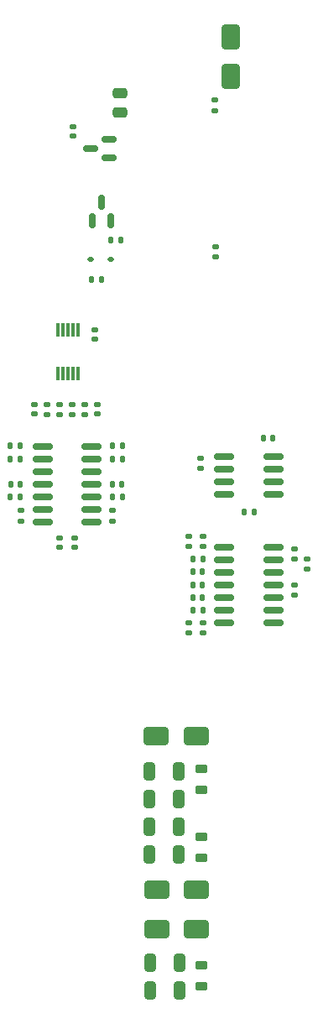
<source format=gbr>
%TF.GenerationSoftware,KiCad,Pcbnew,7.0.2-0*%
%TF.CreationDate,2023-05-29T21:13:20+02:00*%
%TF.ProjectId,dac-board,6461632d-626f-4617-9264-2e6b69636164,rev?*%
%TF.SameCoordinates,Original*%
%TF.FileFunction,Paste,Top*%
%TF.FilePolarity,Positive*%
%FSLAX46Y46*%
G04 Gerber Fmt 4.6, Leading zero omitted, Abs format (unit mm)*
G04 Created by KiCad (PCBNEW 7.0.2-0) date 2023-05-29 21:13:20*
%MOMM*%
%LPD*%
G01*
G04 APERTURE LIST*
G04 Aperture macros list*
%AMRoundRect*
0 Rectangle with rounded corners*
0 $1 Rounding radius*
0 $2 $3 $4 $5 $6 $7 $8 $9 X,Y pos of 4 corners*
0 Add a 4 corners polygon primitive as box body*
4,1,4,$2,$3,$4,$5,$6,$7,$8,$9,$2,$3,0*
0 Add four circle primitives for the rounded corners*
1,1,$1+$1,$2,$3*
1,1,$1+$1,$4,$5*
1,1,$1+$1,$6,$7*
1,1,$1+$1,$8,$9*
0 Add four rect primitives between the rounded corners*
20,1,$1+$1,$2,$3,$4,$5,0*
20,1,$1+$1,$4,$5,$6,$7,0*
20,1,$1+$1,$6,$7,$8,$9,0*
20,1,$1+$1,$8,$9,$2,$3,0*%
G04 Aperture macros list end*
%ADD10RoundRect,0.135000X0.185000X-0.135000X0.185000X0.135000X-0.185000X0.135000X-0.185000X-0.135000X0*%
%ADD11RoundRect,0.140000X0.140000X0.170000X-0.140000X0.170000X-0.140000X-0.170000X0.140000X-0.170000X0*%
%ADD12RoundRect,0.150000X0.587500X0.150000X-0.587500X0.150000X-0.587500X-0.150000X0.587500X-0.150000X0*%
%ADD13RoundRect,0.250000X-0.325000X-0.650000X0.325000X-0.650000X0.325000X0.650000X-0.325000X0.650000X0*%
%ADD14RoundRect,0.135000X0.135000X0.185000X-0.135000X0.185000X-0.135000X-0.185000X0.135000X-0.185000X0*%
%ADD15RoundRect,0.112500X0.187500X0.112500X-0.187500X0.112500X-0.187500X-0.112500X0.187500X-0.112500X0*%
%ADD16RoundRect,0.250000X-1.000000X-0.650000X1.000000X-0.650000X1.000000X0.650000X-1.000000X0.650000X0*%
%ADD17RoundRect,0.135000X-0.135000X-0.185000X0.135000X-0.185000X0.135000X0.185000X-0.135000X0.185000X0*%
%ADD18RoundRect,0.150000X0.150000X-0.587500X0.150000X0.587500X-0.150000X0.587500X-0.150000X-0.587500X0*%
%ADD19RoundRect,0.135000X-0.185000X0.135000X-0.185000X-0.135000X0.185000X-0.135000X0.185000X0.135000X0*%
%ADD20RoundRect,0.150000X-0.825000X-0.150000X0.825000X-0.150000X0.825000X0.150000X-0.825000X0.150000X0*%
%ADD21RoundRect,0.140000X-0.170000X0.140000X-0.170000X-0.140000X0.170000X-0.140000X0.170000X0.140000X0*%
%ADD22RoundRect,0.250000X1.000000X0.650000X-1.000000X0.650000X-1.000000X-0.650000X1.000000X-0.650000X0*%
%ADD23RoundRect,0.250000X0.475000X-0.250000X0.475000X0.250000X-0.475000X0.250000X-0.475000X-0.250000X0*%
%ADD24RoundRect,0.218750X0.381250X-0.218750X0.381250X0.218750X-0.381250X0.218750X-0.381250X-0.218750X0*%
%ADD25RoundRect,0.140000X-0.140000X-0.170000X0.140000X-0.170000X0.140000X0.170000X-0.140000X0.170000X0*%
%ADD26RoundRect,0.218750X-0.381250X0.218750X-0.381250X-0.218750X0.381250X-0.218750X0.381250X0.218750X0*%
%ADD27RoundRect,0.250000X-0.650000X1.000000X-0.650000X-1.000000X0.650000X-1.000000X0.650000X1.000000X0*%
%ADD28RoundRect,0.140000X0.170000X-0.140000X0.170000X0.140000X-0.170000X0.140000X-0.170000X-0.140000X0*%
%ADD29R,0.300000X1.400000*%
%ADD30RoundRect,0.150000X0.825000X0.150000X-0.825000X0.150000X-0.825000X-0.150000X0.825000X-0.150000X0*%
G04 APERTURE END LIST*
D10*
%TO.C,R3*%
X126238000Y-93263000D03*
X126238000Y-92243000D03*
%TD*%
D11*
%TO.C,C4*%
X133830000Y-100299000D03*
X132870000Y-100299000D03*
%TD*%
D12*
%TO.C,U1*%
X132509500Y-67371000D03*
X132509500Y-65471000D03*
X130634500Y-66421000D03*
%TD*%
D13*
%TO.C,C25*%
X136590333Y-132080000D03*
X139540333Y-132080000D03*
%TD*%
%TO.C,C20*%
X136606666Y-129286000D03*
X139556666Y-129286000D03*
%TD*%
D14*
%TO.C,R27*%
X133733000Y-75692000D03*
X132713000Y-75692000D03*
%TD*%
D13*
%TO.C,C24*%
X136701000Y-148590000D03*
X139651000Y-148590000D03*
%TD*%
D15*
%TO.C,D1*%
X132723600Y-77597000D03*
X130623600Y-77597000D03*
%TD*%
D16*
%TO.C,D4*%
X137351000Y-141224000D03*
X141351000Y-141224000D03*
%TD*%
D10*
%TO.C,R4*%
X127508000Y-93261000D03*
X127508000Y-92241000D03*
%TD*%
D17*
%TO.C,R33*%
X132840000Y-101549200D03*
X133860000Y-101549200D03*
%TD*%
D14*
%TO.C,R22*%
X147195000Y-103124000D03*
X146175000Y-103124000D03*
%TD*%
D18*
%TO.C,Q1*%
X130799800Y-73759300D03*
X132699800Y-73759300D03*
X131749800Y-71884300D03*
%TD*%
D11*
%TO.C,C10*%
X141958000Y-111760000D03*
X140998000Y-111760000D03*
%TD*%
D19*
%TO.C,R24*%
X143205200Y-61567600D03*
X143205200Y-62587600D03*
%TD*%
D13*
%TO.C,C22*%
X136622999Y-137668000D03*
X139572999Y-137668000D03*
%TD*%
D20*
%TO.C,U5*%
X144148000Y-97536000D03*
X144148000Y-98806000D03*
X144148000Y-100076000D03*
X144148000Y-101346000D03*
X149098000Y-101346000D03*
X149098000Y-100076000D03*
X149098000Y-98806000D03*
X149098000Y-97536000D03*
%TD*%
D14*
%TO.C,R2*%
X141988000Y-113030000D03*
X140968000Y-113030000D03*
%TD*%
D19*
%TO.C,R30*%
X140589000Y-114298000D03*
X140589000Y-115318000D03*
%TD*%
D10*
%TO.C,R21*%
X151257000Y-107825000D03*
X151257000Y-106805000D03*
%TD*%
%TO.C,R39*%
X132892800Y-103989600D03*
X132892800Y-102969600D03*
%TD*%
D20*
%TO.C,U4*%
X125793000Y-96489000D03*
X125793000Y-97759000D03*
X125793000Y-99029000D03*
X125793000Y-100299000D03*
X125793000Y-101569000D03*
X125793000Y-102839000D03*
X125793000Y-104109000D03*
X130743000Y-104109000D03*
X130743000Y-102839000D03*
X130743000Y-101569000D03*
X130743000Y-100299000D03*
X130743000Y-99029000D03*
X130743000Y-97759000D03*
X130743000Y-96489000D03*
%TD*%
D21*
%TO.C,C8*%
X131064000Y-84711600D03*
X131064000Y-85671600D03*
%TD*%
D10*
%TO.C,R38*%
X123647200Y-103989600D03*
X123647200Y-102969600D03*
%TD*%
D21*
%TO.C,C13*%
X129030000Y-105733000D03*
X129030000Y-106693000D03*
%TD*%
%TO.C,C2*%
X128879600Y-64216400D03*
X128879600Y-65176400D03*
%TD*%
D17*
%TO.C,R34*%
X132840000Y-97776000D03*
X133860000Y-97776000D03*
%TD*%
%TO.C,R26*%
X130706400Y-79603600D03*
X131726400Y-79603600D03*
%TD*%
D10*
%TO.C,R36*%
X141986000Y-115318000D03*
X141986000Y-114298000D03*
%TD*%
%TO.C,R29*%
X140589000Y-106553000D03*
X140589000Y-105533000D03*
%TD*%
D21*
%TO.C,C5*%
X151257000Y-110495200D03*
X151257000Y-111455200D03*
%TD*%
D11*
%TO.C,C9*%
X141958000Y-109093000D03*
X140998000Y-109093000D03*
%TD*%
D16*
%TO.C,D5*%
X137287000Y-125730000D03*
X141287000Y-125730000D03*
%TD*%
D22*
%TO.C,D3*%
X141351000Y-145161000D03*
X137351000Y-145161000D03*
%TD*%
D10*
%TO.C,R6*%
X130048000Y-93261000D03*
X130048000Y-92241000D03*
%TD*%
D23*
%TO.C,C1*%
X133654800Y-62773600D03*
X133654800Y-60873600D03*
%TD*%
D10*
%TO.C,R28*%
X152527000Y-108866400D03*
X152527000Y-107846400D03*
%TD*%
D24*
%TO.C,FB1*%
X141859000Y-131110500D03*
X141859000Y-128985500D03*
%TD*%
D25*
%TO.C,C6*%
X140998000Y-110490000D03*
X141958000Y-110490000D03*
%TD*%
D13*
%TO.C,C23*%
X136701000Y-151384000D03*
X139651000Y-151384000D03*
%TD*%
D14*
%TO.C,R32*%
X123571000Y-101549200D03*
X122551000Y-101549200D03*
%TD*%
D26*
%TO.C,FB2*%
X141859000Y-135843500D03*
X141859000Y-137968500D03*
%TD*%
D14*
%TO.C,R31*%
X123573000Y-97790000D03*
X122553000Y-97790000D03*
%TD*%
D27*
%TO.C,D2*%
X144780000Y-55150000D03*
X144780000Y-59150000D03*
%TD*%
D28*
%TO.C,C14*%
X131318000Y-93231000D03*
X131318000Y-92271000D03*
%TD*%
D14*
%TO.C,R40*%
X133860000Y-96393000D03*
X132840000Y-96393000D03*
%TD*%
D11*
%TO.C,C3*%
X123565000Y-100299000D03*
X122605000Y-100299000D03*
%TD*%
D10*
%TO.C,R5*%
X128778000Y-93259000D03*
X128778000Y-92239000D03*
%TD*%
D11*
%TO.C,C7*%
X149070000Y-95631000D03*
X148110000Y-95631000D03*
%TD*%
D29*
%TO.C,U2*%
X129381000Y-84709000D03*
X128881000Y-84709000D03*
X128381000Y-84709000D03*
X127881000Y-84709000D03*
X127381000Y-84709000D03*
X127381000Y-89109000D03*
X127881000Y-89109000D03*
X128381000Y-89109000D03*
X128881000Y-89109000D03*
X129381000Y-89109000D03*
%TD*%
D13*
%TO.C,C21*%
X136574000Y-134874000D03*
X139524000Y-134874000D03*
%TD*%
D24*
%TO.C,FB3*%
X141859000Y-150922500D03*
X141859000Y-148797500D03*
%TD*%
D30*
%TO.C,U3*%
X149083800Y-114300000D03*
X149083800Y-113030000D03*
X149083800Y-111760000D03*
X149083800Y-110490000D03*
X149083800Y-109220000D03*
X149083800Y-107950000D03*
X149083800Y-106680000D03*
X144133800Y-106680000D03*
X144133800Y-107950000D03*
X144133800Y-109220000D03*
X144133800Y-110490000D03*
X144133800Y-111760000D03*
X144133800Y-113030000D03*
X144133800Y-114300000D03*
%TD*%
D21*
%TO.C,C12*%
X127508000Y-105733000D03*
X127508000Y-106693000D03*
%TD*%
D14*
%TO.C,R1*%
X141988000Y-107823000D03*
X140968000Y-107823000D03*
%TD*%
D10*
%TO.C,R23*%
X141732000Y-98681000D03*
X141732000Y-97661000D03*
%TD*%
D17*
%TO.C,R37*%
X122553000Y-96393000D03*
X123573000Y-96393000D03*
%TD*%
D19*
%TO.C,R25*%
X143256000Y-76350400D03*
X143256000Y-77370400D03*
%TD*%
%TO.C,R35*%
X141986000Y-105533000D03*
X141986000Y-106553000D03*
%TD*%
D28*
%TO.C,C11*%
X124968000Y-93231000D03*
X124968000Y-92271000D03*
%TD*%
M02*

</source>
